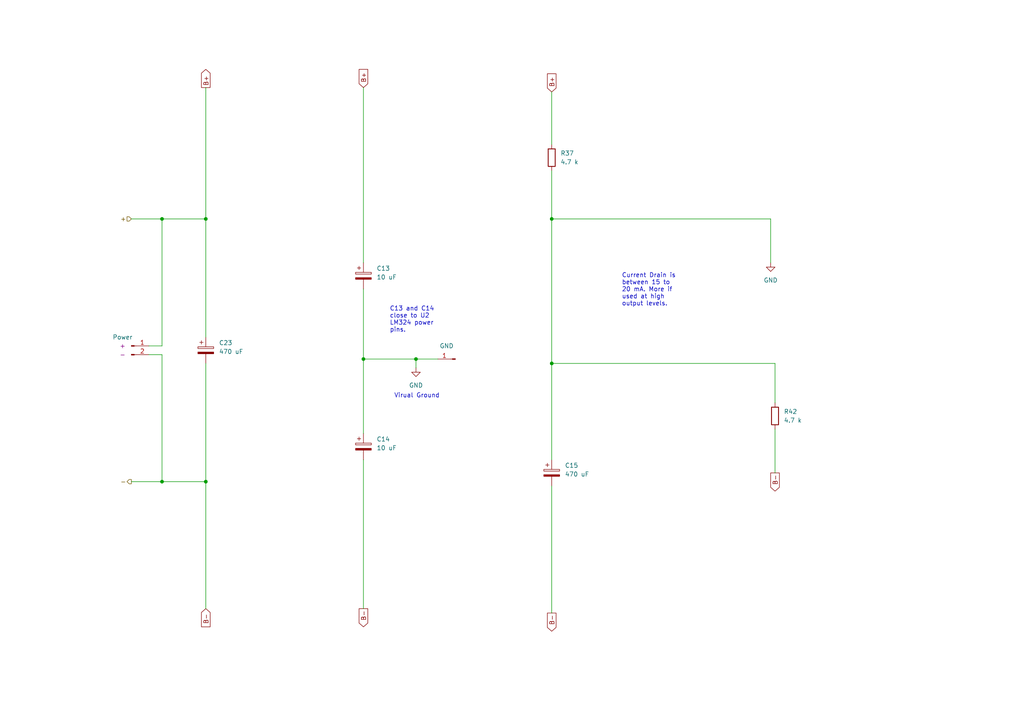
<source format=kicad_sch>
(kicad_sch (version 20230121) (generator eeschema)
  (paper "A4")
  (title_block (title "Power Supply") (rev "0.6") (company "Music From Outer Space LLC") (comment 1 "Licence: CC-BY-NC-SA") (comment 2 "Original Design by Ray Wilson") (comment 3 "http://musicfromouterspace.com/analogsynth_new/NOISETOASTER/NOISETOASTER.php"))
  (lib_symbols
    (symbol "Connector:Conn_01x01_Pin" (pin_names (offset 1.016) hide)
      (property "Reference" "J" (at 0 2.54 0))
      (property "Value" "Conn_01x01_Pin" (at 0 -2.54 0))
      (symbol "Conn_01x01_Pin_1_1"
        (polyline (pts (xy 1.27 0) (xy 0.8636 0)) (stroke (width 0.1524)))
        (rectangle (start 0.8636 0.127) (end 0 -0.127) (stroke (width 0.1524)) (fill (type outline)))
        (pin passive line (at 5.08 0 180) (length 3.81) (name "Pin_1") (number "1"))
      )
    )
    (symbol "Connector:Conn_01x02_Pin" (pin_names (offset 1.016) hide)
      (property "Reference" "J" (at 0 2.54 0))
      (property "Value" "Conn_01x02_Pin" (at 0 -5.08 0))
      (symbol "Conn_01x02_Pin_1_1"
        (polyline (pts (xy 1.27 -2.54) (xy 0.8636 -2.54)) (stroke (width 0.1524)))
        (polyline (pts (xy 1.27 0) (xy 0.8636 0)) (stroke (width 0.1524)))
        (rectangle (start 0.8636 -2.413) (end 0 -2.667) (stroke (width 0.1524)) (fill (type outline)))
        (rectangle (start 0.8636 0.127) (end 0 -0.127) (stroke (width 0.1524)) (fill (type outline)))
        (pin passive line (at 5.08 0 180) (length 3.81) (name "Pin_1") (number "1"))
        (pin passive line (at 5.08 -2.54 180) (length 3.81) (name "Pin_2") (number "2"))
      )
    )
    (symbol "Device:C_Polarized" (pin_numbers hide) (pin_names (offset 0.254))
      (property "Reference" "C" (at 0.635 2.54 0))
      (property "Value" "C_Polarized" (at 0.635 -2.54 0))
      (symbol "C_Polarized_0_1"
        (rectangle (start -2.286 0.508) (end 2.286 1.016))
        (polyline (pts (xy -1.778 2.286) (xy -0.762 2.286)))
        (polyline (pts (xy -1.27 2.794) (xy -1.27 1.778)))
        (rectangle (start 2.286 -0.508) (end -2.286 -1.016) (fill (type outline)))
      )
      (symbol "C_Polarized_1_1"
        (pin passive line (at 0 3.81 270) (length 2.794) (name "~") (number "1"))
        (pin passive line (at 0 -3.81 90) (length 2.794) (name "~") (number "2"))
      )
    )
    (symbol "Device:R" (pin_numbers hide) (pin_names (offset 0))
      (property "Reference" "R" (at 2.032 0 90))
      (property "Value" "R" (at 0 0 90))
      (symbol "R_0_1"
        (rectangle (start -1.016 -2.54) (end 1.016 2.54) (stroke (width 0.254)))
      )
      (symbol "R_1_1"
        (pin passive line (at 0 3.81 270) (length 1.27) (name "~") (number "1"))
        (pin passive line (at 0 -3.81 90) (length 1.27) (name "~") (number "2"))
      )
    )
    (symbol "power:GND" (power) (pin_names (offset 0))
      (property "Value" "GND" (at 0 -3.81 0))
      (symbol "GND_0_1"
        (polyline (pts (xy 0 0) (xy 0 -1.27) (xy 1.27 -1.27) (xy 0 -2.54) (xy -1.27 -1.27) (xy 0 -1.27)))
      )
      (symbol "GND_1_1"
        (pin power_in line (at 0 0 270) (length 0) hide (name "GND") (number "1"))
      )
    )
  )
  (junction (at 120.65 104.14))
  (junction (at 59.69 139.7))
  (junction (at 46.99 63.5))
  (junction (at 46.99 139.7))
  (junction (at 160.02 105.41))
  (junction (at 160.02 63.5))
  (junction (at 59.69 63.5))
  (junction (at 105.41 104.14))
  (wire (pts (xy 38.1 139.7) (xy 46.99 139.7)))
  (wire (pts (xy 59.69 25.4) (xy 59.69 63.5)))
  (wire (pts (xy 59.69 105.41) (xy 59.69 139.7)))
  (wire (pts (xy 120.65 104.14) (xy 127 104.14)))
  (wire (pts (xy 46.99 102.87) (xy 46.99 139.7)))
  (wire (pts (xy 46.99 139.7) (xy 59.69 139.7)))
  (wire (pts (xy 160.02 140.97) (xy 160.02 177.8)))
  (wire (pts (xy 223.52 76.2) (xy 223.52 63.5)))
  (wire (pts (xy 160.02 105.41) (xy 160.02 133.35)))
  (wire (pts (xy 46.99 102.87) (xy 43.18 102.87)))
  (wire (pts (xy 160.02 26.67) (xy 160.02 41.91)))
  (wire (pts (xy 59.69 63.5) (xy 59.69 97.79)))
  (wire (pts (xy 43.18 100.33) (xy 46.99 100.33)))
  (wire (pts (xy 105.41 83.82) (xy 105.41 104.14)))
  (wire (pts (xy 224.79 124.46) (xy 224.79 137.16)))
  (wire (pts (xy 46.99 63.5) (xy 46.99 100.33)))
  (wire (pts (xy 160.02 105.41) (xy 224.79 105.41)))
  (wire (pts (xy 223.52 63.5) (xy 160.02 63.5)))
  (wire (pts (xy 59.69 139.7) (xy 59.69 176.53)))
  (wire (pts (xy 160.02 49.53) (xy 160.02 63.5)))
  (wire (pts (xy 120.65 106.68) (xy 120.65 104.14)))
  (wire (pts (xy 105.41 133.35) (xy 105.41 176.53)))
  (wire (pts (xy 160.02 63.5) (xy 160.02 105.41)))
  (wire (pts (xy 46.99 63.5) (xy 59.69 63.5)))
  (wire (pts (xy 224.79 105.41) (xy 224.79 116.84)))
  (wire (pts (xy 38.1 63.5) (xy 46.99 63.5)))
  (wire (pts (xy 105.41 104.14) (xy 105.41 125.73)))
  (wire (pts (xy 105.41 25.4) (xy 105.41 76.2)))
  (wire (pts (xy 105.41 104.14) (xy 120.65 104.14)))
  (text "Current Drain is\nbetween 15 to \n20 mA. More if\nused at high\noutput levels." (at 180.34 88.9 0) (effects (font (size 1.27 1.27)) (justify left bottom)))
  (text "C13 and C14\nclose to U2 \nLM324 power\npins.\n" (at 113.03 96.52 0) (effects (font (size 1.27 1.27)) (justify left bottom)))
  (text "Virual Ground\n" (at 114.3 115.57 0) (effects (font (size 1.27 1.27)) (justify left bottom)))
  (global_label "B-" (shape output) (at 160.02 177.8 270) (property "Intersheetrefs" "${INTERSHEET_REFS}" (effects hide)))
  (global_label "B-" (shape output) (at 224.79 137.16 270) (property "Intersheetrefs" "${INTERSHEET_REFS}" (effects hide)))
  (global_label "B+" (shape input) (at 105.41 25.4 90) (property "Intersheetrefs" "${INTERSHEET_REFS}" (effects hide)))
  (global_label "B-" (shape input) (at 59.69 176.53 270) (property "Intersheetrefs" "${INTERSHEET_REFS}" (effects hide)))
  (global_label "B+" (shape input) (at 160.02 26.67 90) (property "Intersheetrefs" "${INTERSHEET_REFS}" (effects hide)))
  (global_label "B+" (shape output) (at 59.69 25.4 90) (property "Intersheetrefs" "${INTERSHEET_REFS}" (effects hide)))
  (global_label "B-" (shape output) (at 105.41 176.53 270) (property "Intersheetrefs" "${INTERSHEET_REFS}" (effects hide)))
  (hierarchical_label "-" (shape output) (at 38.1 139.7 180))
  (hierarchical_label "+" (shape input) (at 38.1 63.5 180))
  (symbol (lib_id "power:GND") (at 120.65 106.68 0) (unit 1)
    (property "Reference" "#PWR01" (effects hide))
    (property "Value" "GND" (at 120.65 111.76 0))
  )
  (symbol (lib_id "Device:C_Polarized") (at 59.69 101.6 0) (unit 1)
    (property "Reference" "C23" (at 63.5 99.441 0) (effects (justify left)))
    (property "Value" "470 uF" (at 63.5 101.981 0) (effects (justify left)))
    (property "Footprint" "Capacitor_THT:CP_Radial_D14.0mm_P5.00mm" (effects hide))
  )
  (symbol (lib_id "Device:C_Polarized") (at 160.02 137.16 0) (unit 1)
    (property "Reference" "C15" (at 163.83 135.001 0) (effects (justify left)))
    (property "Value" "470 uF" (at 163.83 137.541 0) (effects (justify left)))
    (property "Footprint" "Capacitor_THT:CP_Radial_D14.0mm_P5.00mm" (effects hide))
  )
  (symbol (lib_id "Device:R") (at 224.79 120.65 0) (unit 1)
    (property "Reference" "R42" (at 227.33 119.38 0) (effects (justify left)))
    (property "Value" "4.7 k" (at 227.33 121.92 0) (effects (justify left)))
    (property "Footprint" "Resistor_THT:R_Axial_DIN0207_L6.3mm_D2.5mm_P10.16mm_Horizontal" (effects hide))
  )
  (symbol (lib_id "Connector:Conn_01x01_Pin") (at 132.08 104.14 180) (unit 1)
    (property "Reference" "X4" (effects hide))
    (property "Value" "GND" (at 129.54 100.33 0))
    (property "Footprint" "Connector_PinHeader_2.00mm:PinHeader_1x01_P2.00mm_Vertical" (effects hide))
    (instances (project "Noise Toaster PCB" (path "" (reference "X4") (unit 1)) (path "" (reference "X22") (unit 1)) (path "" (reference "X22") (unit 1)) (path "" (reference "GND1") (unit 1))))
  )
  (symbol (lib_id "Device:C_Polarized") (at 105.41 80.01 0) (unit 1)
    (property "Reference" "C13" (at 109.22 77.851 0) (effects (justify left)))
    (property "Value" "10 uF" (at 109.22 80.391 0) (effects (justify left)))
    (property "Footprint" "Capacitor_THT:CP_Radial_D4.0mm_P1.50mm" (effects hide))
  )
  (symbol (lib_id "Device:R") (at 160.02 45.72 0) (unit 1)
    (property "Reference" "R37" (at 162.56 44.45 0) (effects (justify left)))
    (property "Value" "4.7 k" (at 162.56 46.99 0) (effects (justify left)))
    (property "Footprint" "Resistor_THT:R_Axial_DIN0207_L6.3mm_D2.5mm_P10.16mm_Horizontal" (effects hide))
  )
  (symbol (lib_id "Connector:Conn_01x02_Pin") (at 38.1 100.33 0) (unit 1)
    (property "Reference" "J2" (effects hide))
    (property "Value" "Power" (at 35.56 97.79 0))
    (property "Footprint" "Connector_PinHeader_2.00mm:PinHeader_1x02_P2.00mm_Vertical" (effects hide))
    (property "Positiv" "+" (at 35.56 100.33 0))
    (property "Negativ" "-" (at 35.56 102.87 0))
  )
  (symbol (lib_id "power:GND") (at 223.52 76.2 0) (unit 1)
    (property "Reference" "#PWR02" (effects hide))
    (property "Value" "GND" (at 223.52 81.28 0))
  )
  (symbol (lib_id "Device:C_Polarized") (at 105.41 129.54 0) (unit 1)
    (property "Reference" "C14" (at 109.22 127.381 0) (effects (justify left)))
    (property "Value" "10 uF" (at 109.22 129.921 0) (effects (justify left)))
    (property "Footprint" "Capacitor_THT:CP_Radial_D4.0mm_P1.50mm" (effects hide))
  )
)
</source>
